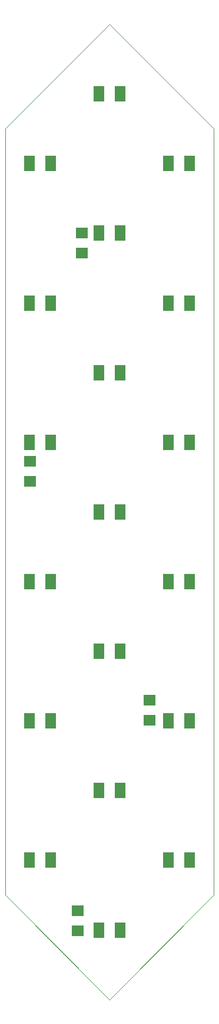
<source format=gtp>
G75*
%MOIN*%
%OFA0B0*%
%FSLAX25Y25*%
%IPPOS*%
%LPD*%
%AMOC8*
5,1,8,0,0,1.08239X$1,22.5*
%
%ADD10C,0.00000*%
%ADD11R,0.05906X0.08661*%
%ADD12R,0.07098X0.06299*%
D10*
X0020685Y0060655D02*
X0079740Y0001600D01*
X0138795Y0060655D01*
X0138795Y0493726D01*
X0079740Y0552781D01*
X0020685Y0493726D01*
X0020685Y0060655D01*
D11*
X0034268Y0080340D03*
X0046472Y0080340D03*
X0046472Y0159080D03*
X0034268Y0159080D03*
X0034268Y0237820D03*
X0046472Y0237820D03*
X0046472Y0316561D03*
X0034268Y0316561D03*
X0034268Y0395301D03*
X0046472Y0395301D03*
X0046472Y0474041D03*
X0034268Y0474041D03*
X0073638Y0513411D03*
X0085843Y0513411D03*
X0085843Y0434671D03*
X0073638Y0434671D03*
X0073638Y0355931D03*
X0085843Y0355931D03*
X0085843Y0277191D03*
X0073638Y0277191D03*
X0073638Y0198450D03*
X0085843Y0198450D03*
X0085843Y0119710D03*
X0073638Y0119710D03*
X0073638Y0040970D03*
X0085843Y0040970D03*
X0113008Y0080340D03*
X0125213Y0080340D03*
X0125213Y0159080D03*
X0113008Y0159080D03*
X0113008Y0237820D03*
X0125213Y0237820D03*
X0125213Y0316561D03*
X0113008Y0316561D03*
X0113008Y0395301D03*
X0125213Y0395301D03*
X0125213Y0474041D03*
X0113008Y0474041D03*
D12*
X0064150Y0434679D03*
X0064150Y0423482D03*
X0034835Y0305679D03*
X0034835Y0294482D03*
X0061795Y0051718D03*
X0061795Y0040521D03*
X0102480Y0159521D03*
X0102480Y0170718D03*
M02*

</source>
